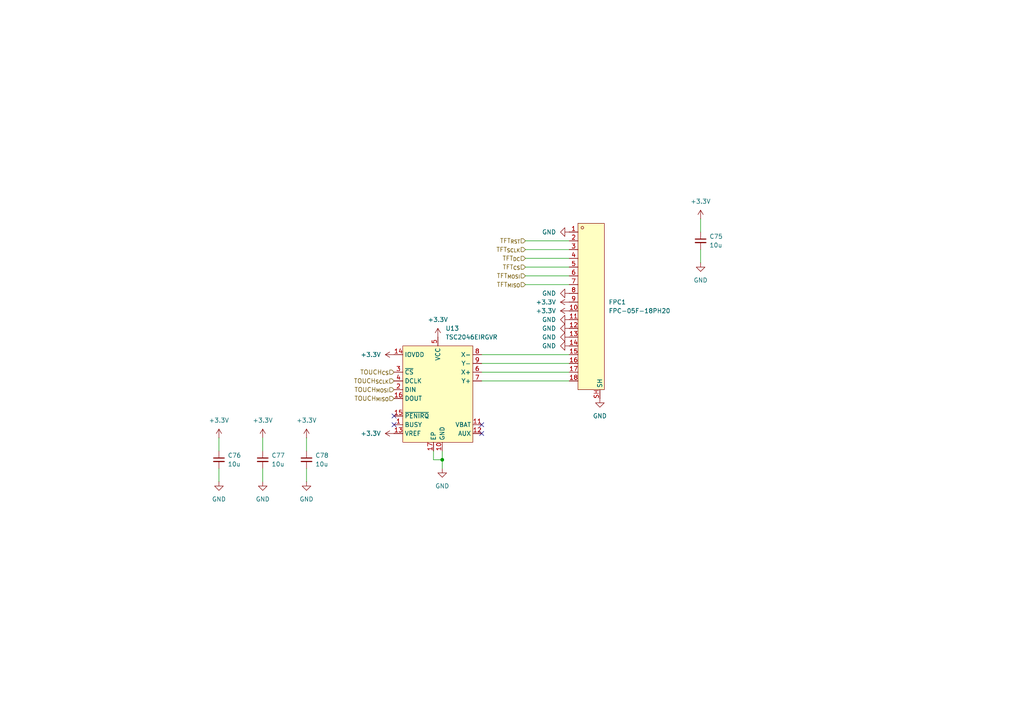
<source format=kicad_sch>
(kicad_sch (version 20250114) (generator "eeschema") (generator_version "9.0")
  (paper "A4")
  (lib_symbols
    (symbol "Device:C_Small" (pin_numbers (hide yes)) (pin_names (offset 0.254) (hide yes))
      (property "Reference" "C" (at 0.254 1.778 0))
      (property "Value" "C_Small" (at 0.254 -2.032 0))
      (symbol "C_Small_0_1"
        (polyline (pts (xy -1.524 0.508) (xy 1.524 0.508)) (stroke (width 0.3048)))
        (polyline (pts (xy -1.524 -0.508) (xy 1.524 -0.508)) (stroke (width 0.3302)))
      )
      (symbol "C_Small_1_1"
        (pin passive line (at 0 2.54 270) (length 2.032) (name "~") (number "1"))
        (pin passive line (at 0 -2.54 90) (length 2.032) (name "~") (number "2"))
      )
    )
    (symbol "LCSC:FPC-05F-18PH20"
      (property "Reference" "FPC" (at 0 31.75 0))
      (property "Value" "FPC-05F-18PH20" (at 0 -31.75 0))
      (symbol "FPC-05F-18PH20_0_1"
        (rectangle (start -2.54 24.13) (end 5.08 -24.13) (fill (type background)))
        (circle (center -1.27 22.86) (radius 0.38))
      )
      (symbol "FPC-05F-18PH20_1_1"
        (pin passive line (at -5.08 21.59 0) (length 2.54) (name "") (number "1"))
        (pin passive line (at -5.08 19.05 0) (length 2.54) (name "") (number "2"))
        (pin passive line (at -5.08 16.51 0) (length 2.54) (name "") (number "3"))
        (pin passive line (at -5.08 13.97 0) (length 2.54) (name "") (number "4"))
        (pin passive line (at -5.08 11.43 0) (length 2.54) (name "") (number "5"))
        (pin passive line (at -5.08 8.89 0) (length 2.54) (name "") (number "6"))
        (pin passive line (at -5.08 6.35 0) (length 2.54) (name "") (number "7"))
        (pin passive line (at -5.08 3.81 0) (length 2.54) (name "") (number "8"))
        (pin passive line (at -5.08 1.27 0) (length 2.54) (name "") (number "9"))
        (pin passive line (at -5.08 -1.27 0) (length 2.54) (name "") (number "10"))
        (pin passive line (at -5.08 -3.81 0) (length 2.54) (name "") (number "11"))
        (pin passive line (at -5.08 -6.35 0) (length 2.54) (name "") (number "12"))
        (pin passive line (at -5.08 -8.89 0) (length 2.54) (name "") (number "13"))
        (pin passive line (at -5.08 -11.43 0) (length 2.54) (name "") (number "14"))
        (pin passive line (at -5.08 -13.97 0) (length 2.54) (name "") (number "15"))
        (pin passive line (at -5.08 -16.51 0) (length 2.54) (name "") (number "16"))
        (pin passive line (at -5.08 -19.05 0) (length 2.54) (name "") (number "17"))
        (pin passive line (at -5.08 -21.59 0) (length 2.54) (name "") (number "18"))
        (pin passive line (at 3.81 -26.67 90) (length 2.54) (name "SH") (number "SH"))
      )
    )
    (symbol "LCSC:TSC2046EIRGVR"
      (property "Reference" "U" (at 0 21.59 0))
      (property "Value" "TSC2046EIRGVR" (at 0 -30.48 0))
      (symbol "TSC2046EIRGVR_0_1"
        (rectangle (start -10.16 13.97) (end 10.16 -13.97) (fill (type background)))
      )
      (symbol "TSC2046EIRGVR_1_1"
        (pin power_in line (at -12.7 11.43 0) (length 2.54) (name "IOVDD") (number "14"))
        (pin input line (at -12.7 6.35 0) (length 2.54) (name "~{CS}") (number "3"))
        (pin input line (at -12.7 3.81 0) (length 2.54) (name "DCLK") (number "4"))
        (pin input line (at -12.7 1.27 0) (length 2.54) (name "DIN") (number "2"))
        (pin tri_state line (at -12.7 -1.27 0) (length 2.54) (name "DOUT") (number "16"))
        (pin open_collector line (at -12.7 -6.35 0) (length 2.54) (name "~{PENIRQ}") (number "15"))
        (pin output line (at -12.7 -8.89 0) (length 2.54) (name "BUSY") (number "1"))
        (pin passive line (at -12.7 -11.43 0) (length 2.54) (name "VREF") (number "13"))
        (pin passive line (at -1.27 -16.51 90) (length 2.54) (name "EP") (number "17"))
        (pin power_in line (at 0 16.51 270) (length 2.54) (name "VCC") (number "5"))
        (pin power_in line (at 1.27 -16.51 90) (length 2.54) (name "GND") (number "10"))
        (pin input line (at 12.7 11.43 180) (length 2.54) (name "X-") (number "8"))
        (pin input line (at 12.7 8.89 180) (length 2.54) (name "Y-") (number "9"))
        (pin input line (at 12.7 6.35 180) (length 2.54) (name "X+") (number "6"))
        (pin input line (at 12.7 3.81 180) (length 2.54) (name "Y+") (number "7"))
        (pin input line (at 12.7 -8.89 180) (length 2.54) (name "VBAT") (number "11"))
        (pin input line (at 12.7 -11.43 180) (length 2.54) (name "AUX") (number "12"))
      )
    )
    (symbol "power:+3.3V" (power) (pin_numbers (hide yes)) (pin_names (offset 0) (hide yes))
      (property "Value" "+3.3V" (at 0 3.556 0))
      (symbol "+3.3V_0_1"
        (polyline (pts (xy -0.762 1.27) (xy 0 2.54)))
        (polyline (pts (xy 0 2.54) (xy 0.762 1.27)))
        (polyline (pts (xy 0 0) (xy 0 2.54)))
      )
      (symbol "+3.3V_1_1"
        (pin power_in line (at 0 0 90) (length 0) (name "~") (number "1"))
      )
    )
    (symbol "power:GND" (power) (pin_numbers (hide yes)) (pin_names (offset 0) (hide yes))
      (property "Value" "GND" (at 0 -3.81 0))
      (symbol "GND_0_1"
        (polyline (pts (xy 0 0) (xy 0 -1.27) (xy 1.27 -1.27) (xy 0 -2.54) (xy -1.27 -1.27) (xy 0 -1.27)))
      )
      (symbol "GND_1_1"
        (pin power_in line (at 0 0 270) (length 0) (name "~") (number "1"))
      )
    )
  )
  (junction (at 128.27 133.35))
  (no_connect (at 114.3 123.19))
  (no_connect (at 114.3 120.65))
  (no_connect (at 139.7 125.73))
  (no_connect (at 139.7 123.19))
  (wire (pts (xy 76.2 135.89) (xy 76.2 139.7)))
  (wire (pts (xy 128.27 133.35) (xy 128.27 130.81)))
  (wire (pts (xy 203.2 63.5) (xy 203.2 67.31)))
  (wire (pts (xy 152.4 69.85) (xy 165.1 69.85)))
  (wire (pts (xy 139.7 102.87) (xy 165.1 102.87)))
  (wire (pts (xy 88.9 127) (xy 88.9 130.81)))
  (wire (pts (xy 88.9 135.89) (xy 88.9 139.7)))
  (wire (pts (xy 125.73 130.81) (xy 125.73 133.35)))
  (wire (pts (xy 139.7 105.41) (xy 165.1 105.41)))
  (wire (pts (xy 152.4 77.47) (xy 165.1 77.47)))
  (wire (pts (xy 63.5 127) (xy 63.5 130.81)))
  (wire (pts (xy 139.7 107.95) (xy 165.1 107.95)))
  (wire (pts (xy 76.2 127) (xy 76.2 130.81)))
  (wire (pts (xy 203.2 72.39) (xy 203.2 76.2)))
  (wire (pts (xy 128.27 135.89) (xy 128.27 133.35)))
  (wire (pts (xy 63.5 135.89) (xy 63.5 139.7)))
  (wire (pts (xy 152.4 72.39) (xy 165.1 72.39)))
  (wire (pts (xy 139.7 110.49) (xy 165.1 110.49)))
  (wire (pts (xy 152.4 82.55) (xy 165.1 82.55)))
  (wire (pts (xy 152.4 74.93) (xy 165.1 74.93)))
  (wire (pts (xy 152.4 80.01) (xy 165.1 80.01)))
  (wire (pts (xy 125.73 133.35) (xy 128.27 133.35)))
  (hierarchical_label "TFT_{CS}" (shape input) (at 152.4 77.47 180))
  (hierarchical_label "TFT_{RST}" (shape input) (at 152.4 69.85 180))
  (hierarchical_label "TFT_{DC}" (shape input) (at 152.4 74.93 180))
  (hierarchical_label "TOUCH_{MISO}" (shape input) (at 114.3 115.57 180))
  (hierarchical_label "TOUCH_{SCLK}" (shape input) (at 114.3 110.49 180))
  (hierarchical_label "TFT_{MISO}" (shape input) (at 152.4 82.55 180))
  (hierarchical_label "TOUCH_{CS}" (shape input) (at 114.3 107.95 180))
  (hierarchical_label "TFT_{MOSI}" (shape input) (at 152.4 80.01 180))
  (hierarchical_label "TOUCH_{MOSI}" (shape input) (at 114.3 113.03 180))
  (hierarchical_label "TFT_{SCLK}" (shape input) (at 152.4 72.39 180))
  (symbol (lib_id "power:+3.3V") (at 76.2 127 0) (unit 1)
    (property "Reference" "#PWR0122" (effects (hide yes)))
    (property "Value" "+3.3V" (at 76.2 121.92 0))
    (property "Description" "Power symbol creates a global label with name \"+3.3V\"" (effects (hide yes)))
  )
  (symbol (lib_id "power:+3.3V") (at 88.9 127 0) (unit 1)
    (property "Reference" "#PWR0123" (effects (hide yes)))
    (property "Value" "+3.3V" (at 88.9 121.92 0))
    (property "Description" "Power symbol creates a global label with name \"+3.3V\"" (effects (hide yes)))
  )
  (symbol (lib_id "power:GND") (at 165.1 100.33 270) (unit 1)
    (property "Reference" "#PWR086" (effects (hide yes)))
    (property "Value" "GND" (at 161.29 100.33 90) (effects (justify right)))
    (property "Description" "Power symbol creates a global label with name \"GND\" , ground" (effects (hide yes)))
  )
  (symbol (lib_id "Device:C_Small") (at 88.9 133.35 0) (mirror y) (unit 1)
    (property "Reference" "C78" (at 91.44 132.0863 0) (effects (justify right)))
    (property "Value" "10u" (at 91.44 134.6263 0) (effects (justify right)))
    (property "Footprint" "Capacitor_SMD:C_0402_1005Metric" (effects (hide yes)))
    (property "Description" "Unpolarized capacitor, small symbol" (effects (hide yes)))
    (property "LCSC Part" "C15525" (effects (hide yes)))
  )
  (symbol (lib_id "power:GND") (at 165.1 92.71 270) (unit 1)
    (property "Reference" "#PWR055" (effects (hide yes)))
    (property "Value" "GND" (at 161.29 92.71 90) (effects (justify right)))
    (property "Description" "Power symbol creates a global label with name \"GND\" , ground" (effects (hide yes)))
  )
  (symbol (lib_id "Device:C_Small") (at 63.5 133.35 0) (mirror y) (unit 1)
    (property "Reference" "C76" (at 66.04 132.0863 0) (effects (justify right)))
    (property "Value" "10u" (at 66.04 134.6263 0) (effects (justify right)))
    (property "Footprint" "Capacitor_SMD:C_0402_1005Metric" (effects (hide yes)))
    (property "Description" "Unpolarized capacitor, small symbol" (effects (hide yes)))
    (property "LCSC Part" "C15525" (effects (hide yes)))
  )
  (symbol (lib_id "power:+3.3V") (at 165.1 90.17 90) (unit 1)
    (property "Reference" "#PWR0115" (effects (hide yes)))
    (property "Value" "+3.3V" (at 161.29 90.17 90) (effects (justify left)))
    (property "Description" "Power symbol creates a global label with name \"+3.3V\"" (effects (hide yes)))
  )
  (symbol (lib_id "power:+3.3V") (at 63.5 127 0) (unit 1)
    (property "Reference" "#PWR0121" (effects (hide yes)))
    (property "Value" "+3.3V" (at 63.5 121.92 0))
    (property "Description" "Power symbol creates a global label with name \"+3.3V\"" (effects (hide yes)))
  )
  (symbol (lib_id "power:GND") (at 63.5 139.7 0) (unit 1)
    (property "Reference" "#PWR0125" (effects (hide yes)))
    (property "Value" "GND" (at 63.5 144.78 0))
    (property "Description" "Power symbol creates a global label with name \"GND\" , ground" (effects (hide yes)))
  )
  (symbol (lib_id "power:+3.3V") (at 114.3 102.87 90) (unit 1)
    (property "Reference" "#PWR0118" (effects (hide yes)))
    (property "Value" "+3.3V" (at 110.49 102.87 90) (effects (justify left)))
    (property "Description" "Power symbol creates a global label with name \"+3.3V\"" (effects (hide yes)))
  )
  (symbol (lib_id "Device:C_Small") (at 203.2 69.85 0) (mirror y) (unit 1)
    (property "Reference" "C75" (at 205.74 68.5863 0) (effects (justify right)))
    (property "Value" "10u" (at 205.74 71.1263 0) (effects (justify right)))
    (property "Footprint" "Capacitor_SMD:C_0402_1005Metric" (effects (hide yes)))
    (property "Description" "Unpolarized capacitor, small symbol" (effects (hide yes)))
    (property "LCSC Part" "C15525" (effects (hide yes)))
  )
  (symbol (lib_id "LCSC:TSC2046EIRGVR") (at 127 114.3 0) (unit 1)
    (property "Reference" "U13" (at 129.1941 95.25 0) (effects (justify left)))
    (property "Value" "TSC2046EIRGVR" (at 129.1941 97.79 0) (effects (justify left)))
    (property "Footprint" "LCSC:VQFN-16_L4.0-W4.0-P0.65-TL-EP2.2" (effects (hide yes)))
    (property "Datasheet" "https://lcsc.com/product-detail/Pre-ordered-Chips_Texas-Instruments-Texas-Instruments-TSC2046EIRGVR_C469864.html" (effects (hide yes)))
    (property "LCSC Part" "C469864" (effects (hide yes)))
  )
  (symbol (lib_id "power:GND") (at 173.99 115.57 0) (unit 1)
    (property "Reference" "#PWR0119" (effects (hide yes)))
    (property "Value" "GND" (at 173.99 120.65 0))
    (property "Description" "Power symbol creates a global label with name \"GND\" , ground" (effects (hide yes)))
  )
  (symbol (lib_id "power:GND") (at 165.1 67.31 270) (unit 1)
    (property "Reference" "#PWR0111" (effects (hide yes)))
    (property "Value" "GND" (at 161.29 67.31 90) (effects (justify right)))
    (property "Description" "Power symbol creates a global label with name \"GND\" , ground" (effects (hide yes)))
  )
  (symbol (lib_id "power:GND") (at 165.1 97.79 270) (unit 1)
    (property "Reference" "#PWR085" (effects (hide yes)))
    (property "Value" "GND" (at 161.29 97.79 90) (effects (justify right)))
    (property "Description" "Power symbol creates a global label with name \"GND\" , ground" (effects (hide yes)))
  )
  (symbol (lib_id "power:GND") (at 88.9 139.7 0) (unit 1)
    (property "Reference" "#PWR0127" (effects (hide yes)))
    (property "Value" "GND" (at 88.9 144.78 0))
    (property "Description" "Power symbol creates a global label with name \"GND\" , ground" (effects (hide yes)))
  )
  (symbol (lib_id "power:GND") (at 203.2 76.2 0) (unit 1)
    (property "Reference" "#PWR0112" (effects (hide yes)))
    (property "Value" "GND" (at 203.2 81.28 0))
    (property "Description" "Power symbol creates a global label with name \"GND\" , ground" (effects (hide yes)))
  )
  (symbol (lib_id "power:GND") (at 76.2 139.7 0) (unit 1)
    (property "Reference" "#PWR0126" (effects (hide yes)))
    (property "Value" "GND" (at 76.2 144.78 0))
    (property "Description" "Power symbol creates a global label with name \"GND\" , ground" (effects (hide yes)))
  )
  (symbol (lib_id "power:+3.3V") (at 165.1 87.63 90) (unit 1)
    (property "Reference" "#PWR0114" (effects (hide yes)))
    (property "Value" "+3.3V" (at 161.29 87.63 90) (effects (justify left)))
    (property "Description" "Power symbol creates a global label with name \"+3.3V\"" (effects (hide yes)))
  )
  (symbol (lib_id "LCSC:FPC-05F-18PH20") (at 170.18 88.9 0) (unit 1)
    (property "Reference" "FPC1" (at 176.53 87.63 0) (effects (justify left)))
    (property "Value" "FPC-05F-18PH20" (at 176.53 90.17 0) (effects (justify left)))
    (property "Footprint" "LCSC:FPC-SMD_18P-P0.50_FPC-05F-18PH20" (effects (hide yes)))
    (property "LCSC Part" "C2856802" (effects (hide yes)))
  )
  (symbol (lib_id "power:+3.3V") (at 203.2 63.5 0) (unit 1)
    (property "Reference" "#PWR0110" (effects (hide yes)))
    (property "Value" "+3.3V" (at 203.2 58.42 0))
    (property "Description" "Power symbol creates a global label with name \"+3.3V\"" (effects (hide yes)))
  )
  (symbol (lib_id "Device:C_Small") (at 76.2 133.35 0) (mirror y) (unit 1)
    (property "Reference" "C77" (at 78.74 132.0863 0) (effects (justify right)))
    (property "Value" "10u" (at 78.74 134.6263 0) (effects (justify right)))
    (property "Footprint" "Capacitor_SMD:C_0402_1005Metric" (effects (hide yes)))
    (property "Description" "Unpolarized capacitor, small symbol" (effects (hide yes)))
    (property "LCSC Part" "C15525" (effects (hide yes)))
  )
  (symbol (lib_id "power:GND") (at 128.27 135.89 0) (unit 1)
    (property "Reference" "#PWR0124" (effects (hide yes)))
    (property "Value" "GND" (at 128.27 140.97 0))
    (property "Description" "Power symbol creates a global label with name \"GND\" , ground" (effects (hide yes)))
  )
  (symbol (lib_id "power:+3.3V") (at 127 97.79 0) (unit 1)
    (property "Reference" "#PWR0116" (effects (hide yes)))
    (property "Value" "+3.3V" (at 127 92.71 0))
    (property "Description" "Power symbol creates a global label with name \"+3.3V\"" (effects (hide yes)))
  )
  (symbol (lib_id "power:GND") (at 165.1 85.09 270) (unit 1)
    (property "Reference" "#PWR0113" (effects (hide yes)))
    (property "Value" "GND" (at 161.29 85.09 90) (effects (justify right)))
    (property "Description" "Power symbol creates a global label with name \"GND\" , ground" (effects (hide yes)))
  )
  (symbol (lib_id "power:+3.3V") (at 114.3 125.73 90) (unit 1)
    (property "Reference" "#PWR0120" (effects (hide yes)))
    (property "Value" "+3.3V" (at 110.49 125.73 90) (effects (justify left)))
    (property "Description" "Power symbol creates a global label with name \"+3.3V\"" (effects (hide yes)))
  )
  (symbol (lib_id "power:GND") (at 165.1 95.25 270) (unit 1)
    (property "Reference" "#PWR083" (effects (hide yes)))
    (property "Value" "GND" (at 161.29 95.25 90) (effects (justify right)))
    (property "Description" "Power symbol creates a global label with name \"GND\" , ground" (effects (hide yes)))
  )
)
</source>
